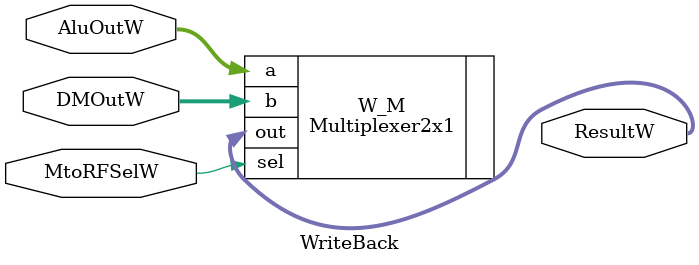
<source format=v>
`timescale 1ns / 1ps

module WriteBack #(parameter WL=32)
    (
     input [WL-1:0] AluOutW,
     input [WL-1:0] DMOutW,
     input MtoRFSelW,
     
     output [WL-1:0] ResultW
    );

//Write back Multiplexer
//Selects between ALU Out and  Data Memory out
    Multiplexer2x1 #(.WL(WL)) W_M (.a(AluOutW), .b(DMOutW), .sel(MtoRFSelW), .out(ResultW));
    
        
endmodule

</source>
